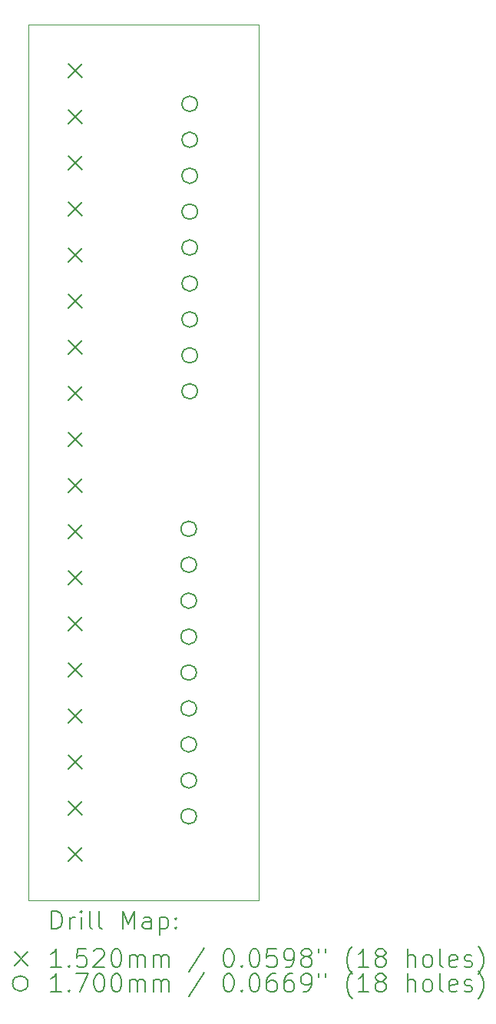
<source format=gbr>
%TF.GenerationSoftware,KiCad,Pcbnew,7.0.10*%
%TF.CreationDate,2024-02-17T13:29:28+01:00*%
%TF.ProjectId,System_11a_output_adapter,53797374-656d-45f3-9131-615f6f757470,rev?*%
%TF.SameCoordinates,Original*%
%TF.FileFunction,Drillmap*%
%TF.FilePolarity,Positive*%
%FSLAX45Y45*%
G04 Gerber Fmt 4.5, Leading zero omitted, Abs format (unit mm)*
G04 Created by KiCad (PCBNEW 7.0.10) date 2024-02-17 13:29:28*
%MOMM*%
%LPD*%
G01*
G04 APERTURE LIST*
%ADD10C,0.100000*%
%ADD11C,0.200000*%
%ADD12C,0.152000*%
%ADD13C,0.170000*%
G04 APERTURE END LIST*
D10*
X2286000Y-1778000D02*
X4826000Y-1778000D01*
X4826000Y-11430000D01*
X2286000Y-11430000D01*
X2286000Y-1778000D01*
D11*
D12*
X2724000Y-2210000D02*
X2876000Y-2362000D01*
X2876000Y-2210000D02*
X2724000Y-2362000D01*
X2724000Y-2718000D02*
X2876000Y-2870000D01*
X2876000Y-2718000D02*
X2724000Y-2870000D01*
X2724000Y-3226000D02*
X2876000Y-3378000D01*
X2876000Y-3226000D02*
X2724000Y-3378000D01*
X2724000Y-3734000D02*
X2876000Y-3886000D01*
X2876000Y-3734000D02*
X2724000Y-3886000D01*
X2724000Y-4242000D02*
X2876000Y-4394000D01*
X2876000Y-4242000D02*
X2724000Y-4394000D01*
X2724000Y-4750000D02*
X2876000Y-4902000D01*
X2876000Y-4750000D02*
X2724000Y-4902000D01*
X2724000Y-5258000D02*
X2876000Y-5410000D01*
X2876000Y-5258000D02*
X2724000Y-5410000D01*
X2724000Y-5766000D02*
X2876000Y-5918000D01*
X2876000Y-5766000D02*
X2724000Y-5918000D01*
X2724000Y-6274000D02*
X2876000Y-6426000D01*
X2876000Y-6274000D02*
X2724000Y-6426000D01*
X2724000Y-6782000D02*
X2876000Y-6934000D01*
X2876000Y-6782000D02*
X2724000Y-6934000D01*
X2724000Y-7290000D02*
X2876000Y-7442000D01*
X2876000Y-7290000D02*
X2724000Y-7442000D01*
X2724000Y-7798000D02*
X2876000Y-7950000D01*
X2876000Y-7798000D02*
X2724000Y-7950000D01*
X2724000Y-8306000D02*
X2876000Y-8458000D01*
X2876000Y-8306000D02*
X2724000Y-8458000D01*
X2724000Y-8814000D02*
X2876000Y-8966000D01*
X2876000Y-8814000D02*
X2724000Y-8966000D01*
X2724000Y-9322000D02*
X2876000Y-9474000D01*
X2876000Y-9322000D02*
X2724000Y-9474000D01*
X2724000Y-9830000D02*
X2876000Y-9982000D01*
X2876000Y-9830000D02*
X2724000Y-9982000D01*
X2724000Y-10338000D02*
X2876000Y-10490000D01*
X2876000Y-10338000D02*
X2724000Y-10490000D01*
X2724000Y-10846000D02*
X2876000Y-10998000D01*
X2876000Y-10846000D02*
X2724000Y-10998000D01*
D13*
X4138500Y-7336000D02*
G75*
G03*
X3968500Y-7336000I-85000J0D01*
G01*
X3968500Y-7336000D02*
G75*
G03*
X4138500Y-7336000I85000J0D01*
G01*
X4138500Y-7732000D02*
G75*
G03*
X3968500Y-7732000I-85000J0D01*
G01*
X3968500Y-7732000D02*
G75*
G03*
X4138500Y-7732000I85000J0D01*
G01*
X4138500Y-8128000D02*
G75*
G03*
X3968500Y-8128000I-85000J0D01*
G01*
X3968500Y-8128000D02*
G75*
G03*
X4138500Y-8128000I85000J0D01*
G01*
X4138500Y-8524000D02*
G75*
G03*
X3968500Y-8524000I-85000J0D01*
G01*
X3968500Y-8524000D02*
G75*
G03*
X4138500Y-8524000I85000J0D01*
G01*
X4138500Y-8920000D02*
G75*
G03*
X3968500Y-8920000I-85000J0D01*
G01*
X3968500Y-8920000D02*
G75*
G03*
X4138500Y-8920000I85000J0D01*
G01*
X4138500Y-9316000D02*
G75*
G03*
X3968500Y-9316000I-85000J0D01*
G01*
X3968500Y-9316000D02*
G75*
G03*
X4138500Y-9316000I85000J0D01*
G01*
X4138500Y-9712000D02*
G75*
G03*
X3968500Y-9712000I-85000J0D01*
G01*
X3968500Y-9712000D02*
G75*
G03*
X4138500Y-9712000I85000J0D01*
G01*
X4138500Y-10108000D02*
G75*
G03*
X3968500Y-10108000I-85000J0D01*
G01*
X3968500Y-10108000D02*
G75*
G03*
X4138500Y-10108000I85000J0D01*
G01*
X4138500Y-10504000D02*
G75*
G03*
X3968500Y-10504000I-85000J0D01*
G01*
X3968500Y-10504000D02*
G75*
G03*
X4138500Y-10504000I85000J0D01*
G01*
X4149000Y-2652000D02*
G75*
G03*
X3979000Y-2652000I-85000J0D01*
G01*
X3979000Y-2652000D02*
G75*
G03*
X4149000Y-2652000I85000J0D01*
G01*
X4149000Y-3048000D02*
G75*
G03*
X3979000Y-3048000I-85000J0D01*
G01*
X3979000Y-3048000D02*
G75*
G03*
X4149000Y-3048000I85000J0D01*
G01*
X4149000Y-3444000D02*
G75*
G03*
X3979000Y-3444000I-85000J0D01*
G01*
X3979000Y-3444000D02*
G75*
G03*
X4149000Y-3444000I85000J0D01*
G01*
X4149000Y-3840000D02*
G75*
G03*
X3979000Y-3840000I-85000J0D01*
G01*
X3979000Y-3840000D02*
G75*
G03*
X4149000Y-3840000I85000J0D01*
G01*
X4149000Y-4236000D02*
G75*
G03*
X3979000Y-4236000I-85000J0D01*
G01*
X3979000Y-4236000D02*
G75*
G03*
X4149000Y-4236000I85000J0D01*
G01*
X4149000Y-4632000D02*
G75*
G03*
X3979000Y-4632000I-85000J0D01*
G01*
X3979000Y-4632000D02*
G75*
G03*
X4149000Y-4632000I85000J0D01*
G01*
X4149000Y-5028000D02*
G75*
G03*
X3979000Y-5028000I-85000J0D01*
G01*
X3979000Y-5028000D02*
G75*
G03*
X4149000Y-5028000I85000J0D01*
G01*
X4149000Y-5424000D02*
G75*
G03*
X3979000Y-5424000I-85000J0D01*
G01*
X3979000Y-5424000D02*
G75*
G03*
X4149000Y-5424000I85000J0D01*
G01*
X4149000Y-5820000D02*
G75*
G03*
X3979000Y-5820000I-85000J0D01*
G01*
X3979000Y-5820000D02*
G75*
G03*
X4149000Y-5820000I85000J0D01*
G01*
D11*
X2541777Y-11746484D02*
X2541777Y-11546484D01*
X2541777Y-11546484D02*
X2589396Y-11546484D01*
X2589396Y-11546484D02*
X2617967Y-11556008D01*
X2617967Y-11556008D02*
X2637015Y-11575055D01*
X2637015Y-11575055D02*
X2646539Y-11594103D01*
X2646539Y-11594103D02*
X2656063Y-11632198D01*
X2656063Y-11632198D02*
X2656063Y-11660769D01*
X2656063Y-11660769D02*
X2646539Y-11698865D01*
X2646539Y-11698865D02*
X2637015Y-11717912D01*
X2637015Y-11717912D02*
X2617967Y-11736960D01*
X2617967Y-11736960D02*
X2589396Y-11746484D01*
X2589396Y-11746484D02*
X2541777Y-11746484D01*
X2741777Y-11746484D02*
X2741777Y-11613150D01*
X2741777Y-11651246D02*
X2751301Y-11632198D01*
X2751301Y-11632198D02*
X2760824Y-11622674D01*
X2760824Y-11622674D02*
X2779872Y-11613150D01*
X2779872Y-11613150D02*
X2798920Y-11613150D01*
X2865586Y-11746484D02*
X2865586Y-11613150D01*
X2865586Y-11546484D02*
X2856062Y-11556008D01*
X2856062Y-11556008D02*
X2865586Y-11565531D01*
X2865586Y-11565531D02*
X2875110Y-11556008D01*
X2875110Y-11556008D02*
X2865586Y-11546484D01*
X2865586Y-11546484D02*
X2865586Y-11565531D01*
X2989396Y-11746484D02*
X2970348Y-11736960D01*
X2970348Y-11736960D02*
X2960824Y-11717912D01*
X2960824Y-11717912D02*
X2960824Y-11546484D01*
X3094158Y-11746484D02*
X3075110Y-11736960D01*
X3075110Y-11736960D02*
X3065586Y-11717912D01*
X3065586Y-11717912D02*
X3065586Y-11546484D01*
X3322729Y-11746484D02*
X3322729Y-11546484D01*
X3322729Y-11546484D02*
X3389396Y-11689341D01*
X3389396Y-11689341D02*
X3456062Y-11546484D01*
X3456062Y-11546484D02*
X3456062Y-11746484D01*
X3637015Y-11746484D02*
X3637015Y-11641722D01*
X3637015Y-11641722D02*
X3627491Y-11622674D01*
X3627491Y-11622674D02*
X3608443Y-11613150D01*
X3608443Y-11613150D02*
X3570348Y-11613150D01*
X3570348Y-11613150D02*
X3551301Y-11622674D01*
X3637015Y-11736960D02*
X3617967Y-11746484D01*
X3617967Y-11746484D02*
X3570348Y-11746484D01*
X3570348Y-11746484D02*
X3551301Y-11736960D01*
X3551301Y-11736960D02*
X3541777Y-11717912D01*
X3541777Y-11717912D02*
X3541777Y-11698865D01*
X3541777Y-11698865D02*
X3551301Y-11679817D01*
X3551301Y-11679817D02*
X3570348Y-11670293D01*
X3570348Y-11670293D02*
X3617967Y-11670293D01*
X3617967Y-11670293D02*
X3637015Y-11660769D01*
X3732253Y-11613150D02*
X3732253Y-11813150D01*
X3732253Y-11622674D02*
X3751301Y-11613150D01*
X3751301Y-11613150D02*
X3789396Y-11613150D01*
X3789396Y-11613150D02*
X3808443Y-11622674D01*
X3808443Y-11622674D02*
X3817967Y-11632198D01*
X3817967Y-11632198D02*
X3827491Y-11651246D01*
X3827491Y-11651246D02*
X3827491Y-11708388D01*
X3827491Y-11708388D02*
X3817967Y-11727436D01*
X3817967Y-11727436D02*
X3808443Y-11736960D01*
X3808443Y-11736960D02*
X3789396Y-11746484D01*
X3789396Y-11746484D02*
X3751301Y-11746484D01*
X3751301Y-11746484D02*
X3732253Y-11736960D01*
X3913205Y-11727436D02*
X3922729Y-11736960D01*
X3922729Y-11736960D02*
X3913205Y-11746484D01*
X3913205Y-11746484D02*
X3903682Y-11736960D01*
X3903682Y-11736960D02*
X3913205Y-11727436D01*
X3913205Y-11727436D02*
X3913205Y-11746484D01*
X3913205Y-11622674D02*
X3922729Y-11632198D01*
X3922729Y-11632198D02*
X3913205Y-11641722D01*
X3913205Y-11641722D02*
X3903682Y-11632198D01*
X3903682Y-11632198D02*
X3913205Y-11622674D01*
X3913205Y-11622674D02*
X3913205Y-11641722D01*
D12*
X2129000Y-11999000D02*
X2281000Y-12151000D01*
X2281000Y-11999000D02*
X2129000Y-12151000D01*
D11*
X2646539Y-12166484D02*
X2532253Y-12166484D01*
X2589396Y-12166484D02*
X2589396Y-11966484D01*
X2589396Y-11966484D02*
X2570348Y-11995055D01*
X2570348Y-11995055D02*
X2551301Y-12014103D01*
X2551301Y-12014103D02*
X2532253Y-12023627D01*
X2732253Y-12147436D02*
X2741777Y-12156960D01*
X2741777Y-12156960D02*
X2732253Y-12166484D01*
X2732253Y-12166484D02*
X2722729Y-12156960D01*
X2722729Y-12156960D02*
X2732253Y-12147436D01*
X2732253Y-12147436D02*
X2732253Y-12166484D01*
X2922729Y-11966484D02*
X2827491Y-11966484D01*
X2827491Y-11966484D02*
X2817967Y-12061722D01*
X2817967Y-12061722D02*
X2827491Y-12052198D01*
X2827491Y-12052198D02*
X2846539Y-12042674D01*
X2846539Y-12042674D02*
X2894158Y-12042674D01*
X2894158Y-12042674D02*
X2913205Y-12052198D01*
X2913205Y-12052198D02*
X2922729Y-12061722D01*
X2922729Y-12061722D02*
X2932253Y-12080769D01*
X2932253Y-12080769D02*
X2932253Y-12128388D01*
X2932253Y-12128388D02*
X2922729Y-12147436D01*
X2922729Y-12147436D02*
X2913205Y-12156960D01*
X2913205Y-12156960D02*
X2894158Y-12166484D01*
X2894158Y-12166484D02*
X2846539Y-12166484D01*
X2846539Y-12166484D02*
X2827491Y-12156960D01*
X2827491Y-12156960D02*
X2817967Y-12147436D01*
X3008443Y-11985531D02*
X3017967Y-11976008D01*
X3017967Y-11976008D02*
X3037015Y-11966484D01*
X3037015Y-11966484D02*
X3084634Y-11966484D01*
X3084634Y-11966484D02*
X3103682Y-11976008D01*
X3103682Y-11976008D02*
X3113205Y-11985531D01*
X3113205Y-11985531D02*
X3122729Y-12004579D01*
X3122729Y-12004579D02*
X3122729Y-12023627D01*
X3122729Y-12023627D02*
X3113205Y-12052198D01*
X3113205Y-12052198D02*
X2998920Y-12166484D01*
X2998920Y-12166484D02*
X3122729Y-12166484D01*
X3246539Y-11966484D02*
X3265586Y-11966484D01*
X3265586Y-11966484D02*
X3284634Y-11976008D01*
X3284634Y-11976008D02*
X3294158Y-11985531D01*
X3294158Y-11985531D02*
X3303682Y-12004579D01*
X3303682Y-12004579D02*
X3313205Y-12042674D01*
X3313205Y-12042674D02*
X3313205Y-12090293D01*
X3313205Y-12090293D02*
X3303682Y-12128388D01*
X3303682Y-12128388D02*
X3294158Y-12147436D01*
X3294158Y-12147436D02*
X3284634Y-12156960D01*
X3284634Y-12156960D02*
X3265586Y-12166484D01*
X3265586Y-12166484D02*
X3246539Y-12166484D01*
X3246539Y-12166484D02*
X3227491Y-12156960D01*
X3227491Y-12156960D02*
X3217967Y-12147436D01*
X3217967Y-12147436D02*
X3208443Y-12128388D01*
X3208443Y-12128388D02*
X3198920Y-12090293D01*
X3198920Y-12090293D02*
X3198920Y-12042674D01*
X3198920Y-12042674D02*
X3208443Y-12004579D01*
X3208443Y-12004579D02*
X3217967Y-11985531D01*
X3217967Y-11985531D02*
X3227491Y-11976008D01*
X3227491Y-11976008D02*
X3246539Y-11966484D01*
X3398920Y-12166484D02*
X3398920Y-12033150D01*
X3398920Y-12052198D02*
X3408443Y-12042674D01*
X3408443Y-12042674D02*
X3427491Y-12033150D01*
X3427491Y-12033150D02*
X3456063Y-12033150D01*
X3456063Y-12033150D02*
X3475110Y-12042674D01*
X3475110Y-12042674D02*
X3484634Y-12061722D01*
X3484634Y-12061722D02*
X3484634Y-12166484D01*
X3484634Y-12061722D02*
X3494158Y-12042674D01*
X3494158Y-12042674D02*
X3513205Y-12033150D01*
X3513205Y-12033150D02*
X3541777Y-12033150D01*
X3541777Y-12033150D02*
X3560824Y-12042674D01*
X3560824Y-12042674D02*
X3570348Y-12061722D01*
X3570348Y-12061722D02*
X3570348Y-12166484D01*
X3665586Y-12166484D02*
X3665586Y-12033150D01*
X3665586Y-12052198D02*
X3675110Y-12042674D01*
X3675110Y-12042674D02*
X3694158Y-12033150D01*
X3694158Y-12033150D02*
X3722729Y-12033150D01*
X3722729Y-12033150D02*
X3741777Y-12042674D01*
X3741777Y-12042674D02*
X3751301Y-12061722D01*
X3751301Y-12061722D02*
X3751301Y-12166484D01*
X3751301Y-12061722D02*
X3760824Y-12042674D01*
X3760824Y-12042674D02*
X3779872Y-12033150D01*
X3779872Y-12033150D02*
X3808443Y-12033150D01*
X3808443Y-12033150D02*
X3827491Y-12042674D01*
X3827491Y-12042674D02*
X3837015Y-12061722D01*
X3837015Y-12061722D02*
X3837015Y-12166484D01*
X4227491Y-11956960D02*
X4056063Y-12214103D01*
X4484634Y-11966484D02*
X4503682Y-11966484D01*
X4503682Y-11966484D02*
X4522729Y-11976008D01*
X4522729Y-11976008D02*
X4532253Y-11985531D01*
X4532253Y-11985531D02*
X4541777Y-12004579D01*
X4541777Y-12004579D02*
X4551301Y-12042674D01*
X4551301Y-12042674D02*
X4551301Y-12090293D01*
X4551301Y-12090293D02*
X4541777Y-12128388D01*
X4541777Y-12128388D02*
X4532253Y-12147436D01*
X4532253Y-12147436D02*
X4522729Y-12156960D01*
X4522729Y-12156960D02*
X4503682Y-12166484D01*
X4503682Y-12166484D02*
X4484634Y-12166484D01*
X4484634Y-12166484D02*
X4465587Y-12156960D01*
X4465587Y-12156960D02*
X4456063Y-12147436D01*
X4456063Y-12147436D02*
X4446539Y-12128388D01*
X4446539Y-12128388D02*
X4437015Y-12090293D01*
X4437015Y-12090293D02*
X4437015Y-12042674D01*
X4437015Y-12042674D02*
X4446539Y-12004579D01*
X4446539Y-12004579D02*
X4456063Y-11985531D01*
X4456063Y-11985531D02*
X4465587Y-11976008D01*
X4465587Y-11976008D02*
X4484634Y-11966484D01*
X4637015Y-12147436D02*
X4646539Y-12156960D01*
X4646539Y-12156960D02*
X4637015Y-12166484D01*
X4637015Y-12166484D02*
X4627491Y-12156960D01*
X4627491Y-12156960D02*
X4637015Y-12147436D01*
X4637015Y-12147436D02*
X4637015Y-12166484D01*
X4770348Y-11966484D02*
X4789396Y-11966484D01*
X4789396Y-11966484D02*
X4808444Y-11976008D01*
X4808444Y-11976008D02*
X4817968Y-11985531D01*
X4817968Y-11985531D02*
X4827491Y-12004579D01*
X4827491Y-12004579D02*
X4837015Y-12042674D01*
X4837015Y-12042674D02*
X4837015Y-12090293D01*
X4837015Y-12090293D02*
X4827491Y-12128388D01*
X4827491Y-12128388D02*
X4817968Y-12147436D01*
X4817968Y-12147436D02*
X4808444Y-12156960D01*
X4808444Y-12156960D02*
X4789396Y-12166484D01*
X4789396Y-12166484D02*
X4770348Y-12166484D01*
X4770348Y-12166484D02*
X4751301Y-12156960D01*
X4751301Y-12156960D02*
X4741777Y-12147436D01*
X4741777Y-12147436D02*
X4732253Y-12128388D01*
X4732253Y-12128388D02*
X4722729Y-12090293D01*
X4722729Y-12090293D02*
X4722729Y-12042674D01*
X4722729Y-12042674D02*
X4732253Y-12004579D01*
X4732253Y-12004579D02*
X4741777Y-11985531D01*
X4741777Y-11985531D02*
X4751301Y-11976008D01*
X4751301Y-11976008D02*
X4770348Y-11966484D01*
X5017968Y-11966484D02*
X4922729Y-11966484D01*
X4922729Y-11966484D02*
X4913206Y-12061722D01*
X4913206Y-12061722D02*
X4922729Y-12052198D01*
X4922729Y-12052198D02*
X4941777Y-12042674D01*
X4941777Y-12042674D02*
X4989396Y-12042674D01*
X4989396Y-12042674D02*
X5008444Y-12052198D01*
X5008444Y-12052198D02*
X5017968Y-12061722D01*
X5017968Y-12061722D02*
X5027491Y-12080769D01*
X5027491Y-12080769D02*
X5027491Y-12128388D01*
X5027491Y-12128388D02*
X5017968Y-12147436D01*
X5017968Y-12147436D02*
X5008444Y-12156960D01*
X5008444Y-12156960D02*
X4989396Y-12166484D01*
X4989396Y-12166484D02*
X4941777Y-12166484D01*
X4941777Y-12166484D02*
X4922729Y-12156960D01*
X4922729Y-12156960D02*
X4913206Y-12147436D01*
X5122729Y-12166484D02*
X5160825Y-12166484D01*
X5160825Y-12166484D02*
X5179872Y-12156960D01*
X5179872Y-12156960D02*
X5189396Y-12147436D01*
X5189396Y-12147436D02*
X5208444Y-12118865D01*
X5208444Y-12118865D02*
X5217968Y-12080769D01*
X5217968Y-12080769D02*
X5217968Y-12004579D01*
X5217968Y-12004579D02*
X5208444Y-11985531D01*
X5208444Y-11985531D02*
X5198920Y-11976008D01*
X5198920Y-11976008D02*
X5179872Y-11966484D01*
X5179872Y-11966484D02*
X5141777Y-11966484D01*
X5141777Y-11966484D02*
X5122729Y-11976008D01*
X5122729Y-11976008D02*
X5113206Y-11985531D01*
X5113206Y-11985531D02*
X5103682Y-12004579D01*
X5103682Y-12004579D02*
X5103682Y-12052198D01*
X5103682Y-12052198D02*
X5113206Y-12071246D01*
X5113206Y-12071246D02*
X5122729Y-12080769D01*
X5122729Y-12080769D02*
X5141777Y-12090293D01*
X5141777Y-12090293D02*
X5179872Y-12090293D01*
X5179872Y-12090293D02*
X5198920Y-12080769D01*
X5198920Y-12080769D02*
X5208444Y-12071246D01*
X5208444Y-12071246D02*
X5217968Y-12052198D01*
X5332253Y-12052198D02*
X5313206Y-12042674D01*
X5313206Y-12042674D02*
X5303682Y-12033150D01*
X5303682Y-12033150D02*
X5294158Y-12014103D01*
X5294158Y-12014103D02*
X5294158Y-12004579D01*
X5294158Y-12004579D02*
X5303682Y-11985531D01*
X5303682Y-11985531D02*
X5313206Y-11976008D01*
X5313206Y-11976008D02*
X5332253Y-11966484D01*
X5332253Y-11966484D02*
X5370349Y-11966484D01*
X5370349Y-11966484D02*
X5389396Y-11976008D01*
X5389396Y-11976008D02*
X5398920Y-11985531D01*
X5398920Y-11985531D02*
X5408444Y-12004579D01*
X5408444Y-12004579D02*
X5408444Y-12014103D01*
X5408444Y-12014103D02*
X5398920Y-12033150D01*
X5398920Y-12033150D02*
X5389396Y-12042674D01*
X5389396Y-12042674D02*
X5370349Y-12052198D01*
X5370349Y-12052198D02*
X5332253Y-12052198D01*
X5332253Y-12052198D02*
X5313206Y-12061722D01*
X5313206Y-12061722D02*
X5303682Y-12071246D01*
X5303682Y-12071246D02*
X5294158Y-12090293D01*
X5294158Y-12090293D02*
X5294158Y-12128388D01*
X5294158Y-12128388D02*
X5303682Y-12147436D01*
X5303682Y-12147436D02*
X5313206Y-12156960D01*
X5313206Y-12156960D02*
X5332253Y-12166484D01*
X5332253Y-12166484D02*
X5370349Y-12166484D01*
X5370349Y-12166484D02*
X5389396Y-12156960D01*
X5389396Y-12156960D02*
X5398920Y-12147436D01*
X5398920Y-12147436D02*
X5408444Y-12128388D01*
X5408444Y-12128388D02*
X5408444Y-12090293D01*
X5408444Y-12090293D02*
X5398920Y-12071246D01*
X5398920Y-12071246D02*
X5389396Y-12061722D01*
X5389396Y-12061722D02*
X5370349Y-12052198D01*
X5484634Y-11966484D02*
X5484634Y-12004579D01*
X5560825Y-11966484D02*
X5560825Y-12004579D01*
X5856063Y-12242674D02*
X5846539Y-12233150D01*
X5846539Y-12233150D02*
X5827491Y-12204579D01*
X5827491Y-12204579D02*
X5817968Y-12185531D01*
X5817968Y-12185531D02*
X5808444Y-12156960D01*
X5808444Y-12156960D02*
X5798920Y-12109341D01*
X5798920Y-12109341D02*
X5798920Y-12071246D01*
X5798920Y-12071246D02*
X5808444Y-12023627D01*
X5808444Y-12023627D02*
X5817968Y-11995055D01*
X5817968Y-11995055D02*
X5827491Y-11976008D01*
X5827491Y-11976008D02*
X5846539Y-11947436D01*
X5846539Y-11947436D02*
X5856063Y-11937912D01*
X6037015Y-12166484D02*
X5922729Y-12166484D01*
X5979872Y-12166484D02*
X5979872Y-11966484D01*
X5979872Y-11966484D02*
X5960825Y-11995055D01*
X5960825Y-11995055D02*
X5941777Y-12014103D01*
X5941777Y-12014103D02*
X5922729Y-12023627D01*
X6151301Y-12052198D02*
X6132253Y-12042674D01*
X6132253Y-12042674D02*
X6122729Y-12033150D01*
X6122729Y-12033150D02*
X6113206Y-12014103D01*
X6113206Y-12014103D02*
X6113206Y-12004579D01*
X6113206Y-12004579D02*
X6122729Y-11985531D01*
X6122729Y-11985531D02*
X6132253Y-11976008D01*
X6132253Y-11976008D02*
X6151301Y-11966484D01*
X6151301Y-11966484D02*
X6189396Y-11966484D01*
X6189396Y-11966484D02*
X6208444Y-11976008D01*
X6208444Y-11976008D02*
X6217968Y-11985531D01*
X6217968Y-11985531D02*
X6227491Y-12004579D01*
X6227491Y-12004579D02*
X6227491Y-12014103D01*
X6227491Y-12014103D02*
X6217968Y-12033150D01*
X6217968Y-12033150D02*
X6208444Y-12042674D01*
X6208444Y-12042674D02*
X6189396Y-12052198D01*
X6189396Y-12052198D02*
X6151301Y-12052198D01*
X6151301Y-12052198D02*
X6132253Y-12061722D01*
X6132253Y-12061722D02*
X6122729Y-12071246D01*
X6122729Y-12071246D02*
X6113206Y-12090293D01*
X6113206Y-12090293D02*
X6113206Y-12128388D01*
X6113206Y-12128388D02*
X6122729Y-12147436D01*
X6122729Y-12147436D02*
X6132253Y-12156960D01*
X6132253Y-12156960D02*
X6151301Y-12166484D01*
X6151301Y-12166484D02*
X6189396Y-12166484D01*
X6189396Y-12166484D02*
X6208444Y-12156960D01*
X6208444Y-12156960D02*
X6217968Y-12147436D01*
X6217968Y-12147436D02*
X6227491Y-12128388D01*
X6227491Y-12128388D02*
X6227491Y-12090293D01*
X6227491Y-12090293D02*
X6217968Y-12071246D01*
X6217968Y-12071246D02*
X6208444Y-12061722D01*
X6208444Y-12061722D02*
X6189396Y-12052198D01*
X6465587Y-12166484D02*
X6465587Y-11966484D01*
X6551301Y-12166484D02*
X6551301Y-12061722D01*
X6551301Y-12061722D02*
X6541777Y-12042674D01*
X6541777Y-12042674D02*
X6522730Y-12033150D01*
X6522730Y-12033150D02*
X6494158Y-12033150D01*
X6494158Y-12033150D02*
X6475110Y-12042674D01*
X6475110Y-12042674D02*
X6465587Y-12052198D01*
X6675110Y-12166484D02*
X6656063Y-12156960D01*
X6656063Y-12156960D02*
X6646539Y-12147436D01*
X6646539Y-12147436D02*
X6637015Y-12128388D01*
X6637015Y-12128388D02*
X6637015Y-12071246D01*
X6637015Y-12071246D02*
X6646539Y-12052198D01*
X6646539Y-12052198D02*
X6656063Y-12042674D01*
X6656063Y-12042674D02*
X6675110Y-12033150D01*
X6675110Y-12033150D02*
X6703682Y-12033150D01*
X6703682Y-12033150D02*
X6722730Y-12042674D01*
X6722730Y-12042674D02*
X6732253Y-12052198D01*
X6732253Y-12052198D02*
X6741777Y-12071246D01*
X6741777Y-12071246D02*
X6741777Y-12128388D01*
X6741777Y-12128388D02*
X6732253Y-12147436D01*
X6732253Y-12147436D02*
X6722730Y-12156960D01*
X6722730Y-12156960D02*
X6703682Y-12166484D01*
X6703682Y-12166484D02*
X6675110Y-12166484D01*
X6856063Y-12166484D02*
X6837015Y-12156960D01*
X6837015Y-12156960D02*
X6827491Y-12137912D01*
X6827491Y-12137912D02*
X6827491Y-11966484D01*
X7008444Y-12156960D02*
X6989396Y-12166484D01*
X6989396Y-12166484D02*
X6951301Y-12166484D01*
X6951301Y-12166484D02*
X6932253Y-12156960D01*
X6932253Y-12156960D02*
X6922730Y-12137912D01*
X6922730Y-12137912D02*
X6922730Y-12061722D01*
X6922730Y-12061722D02*
X6932253Y-12042674D01*
X6932253Y-12042674D02*
X6951301Y-12033150D01*
X6951301Y-12033150D02*
X6989396Y-12033150D01*
X6989396Y-12033150D02*
X7008444Y-12042674D01*
X7008444Y-12042674D02*
X7017968Y-12061722D01*
X7017968Y-12061722D02*
X7017968Y-12080769D01*
X7017968Y-12080769D02*
X6922730Y-12099817D01*
X7094158Y-12156960D02*
X7113206Y-12166484D01*
X7113206Y-12166484D02*
X7151301Y-12166484D01*
X7151301Y-12166484D02*
X7170349Y-12156960D01*
X7170349Y-12156960D02*
X7179872Y-12137912D01*
X7179872Y-12137912D02*
X7179872Y-12128388D01*
X7179872Y-12128388D02*
X7170349Y-12109341D01*
X7170349Y-12109341D02*
X7151301Y-12099817D01*
X7151301Y-12099817D02*
X7122730Y-12099817D01*
X7122730Y-12099817D02*
X7103682Y-12090293D01*
X7103682Y-12090293D02*
X7094158Y-12071246D01*
X7094158Y-12071246D02*
X7094158Y-12061722D01*
X7094158Y-12061722D02*
X7103682Y-12042674D01*
X7103682Y-12042674D02*
X7122730Y-12033150D01*
X7122730Y-12033150D02*
X7151301Y-12033150D01*
X7151301Y-12033150D02*
X7170349Y-12042674D01*
X7246539Y-12242674D02*
X7256063Y-12233150D01*
X7256063Y-12233150D02*
X7275111Y-12204579D01*
X7275111Y-12204579D02*
X7284634Y-12185531D01*
X7284634Y-12185531D02*
X7294158Y-12156960D01*
X7294158Y-12156960D02*
X7303682Y-12109341D01*
X7303682Y-12109341D02*
X7303682Y-12071246D01*
X7303682Y-12071246D02*
X7294158Y-12023627D01*
X7294158Y-12023627D02*
X7284634Y-11995055D01*
X7284634Y-11995055D02*
X7275111Y-11976008D01*
X7275111Y-11976008D02*
X7256063Y-11947436D01*
X7256063Y-11947436D02*
X7246539Y-11937912D01*
D13*
X2281000Y-12347000D02*
G75*
G03*
X2111000Y-12347000I-85000J0D01*
G01*
X2111000Y-12347000D02*
G75*
G03*
X2281000Y-12347000I85000J0D01*
G01*
D11*
X2646539Y-12438484D02*
X2532253Y-12438484D01*
X2589396Y-12438484D02*
X2589396Y-12238484D01*
X2589396Y-12238484D02*
X2570348Y-12267055D01*
X2570348Y-12267055D02*
X2551301Y-12286103D01*
X2551301Y-12286103D02*
X2532253Y-12295627D01*
X2732253Y-12419436D02*
X2741777Y-12428960D01*
X2741777Y-12428960D02*
X2732253Y-12438484D01*
X2732253Y-12438484D02*
X2722729Y-12428960D01*
X2722729Y-12428960D02*
X2732253Y-12419436D01*
X2732253Y-12419436D02*
X2732253Y-12438484D01*
X2808443Y-12238484D02*
X2941777Y-12238484D01*
X2941777Y-12238484D02*
X2856062Y-12438484D01*
X3056062Y-12238484D02*
X3075110Y-12238484D01*
X3075110Y-12238484D02*
X3094158Y-12248008D01*
X3094158Y-12248008D02*
X3103682Y-12257531D01*
X3103682Y-12257531D02*
X3113205Y-12276579D01*
X3113205Y-12276579D02*
X3122729Y-12314674D01*
X3122729Y-12314674D02*
X3122729Y-12362293D01*
X3122729Y-12362293D02*
X3113205Y-12400388D01*
X3113205Y-12400388D02*
X3103682Y-12419436D01*
X3103682Y-12419436D02*
X3094158Y-12428960D01*
X3094158Y-12428960D02*
X3075110Y-12438484D01*
X3075110Y-12438484D02*
X3056062Y-12438484D01*
X3056062Y-12438484D02*
X3037015Y-12428960D01*
X3037015Y-12428960D02*
X3027491Y-12419436D01*
X3027491Y-12419436D02*
X3017967Y-12400388D01*
X3017967Y-12400388D02*
X3008443Y-12362293D01*
X3008443Y-12362293D02*
X3008443Y-12314674D01*
X3008443Y-12314674D02*
X3017967Y-12276579D01*
X3017967Y-12276579D02*
X3027491Y-12257531D01*
X3027491Y-12257531D02*
X3037015Y-12248008D01*
X3037015Y-12248008D02*
X3056062Y-12238484D01*
X3246539Y-12238484D02*
X3265586Y-12238484D01*
X3265586Y-12238484D02*
X3284634Y-12248008D01*
X3284634Y-12248008D02*
X3294158Y-12257531D01*
X3294158Y-12257531D02*
X3303682Y-12276579D01*
X3303682Y-12276579D02*
X3313205Y-12314674D01*
X3313205Y-12314674D02*
X3313205Y-12362293D01*
X3313205Y-12362293D02*
X3303682Y-12400388D01*
X3303682Y-12400388D02*
X3294158Y-12419436D01*
X3294158Y-12419436D02*
X3284634Y-12428960D01*
X3284634Y-12428960D02*
X3265586Y-12438484D01*
X3265586Y-12438484D02*
X3246539Y-12438484D01*
X3246539Y-12438484D02*
X3227491Y-12428960D01*
X3227491Y-12428960D02*
X3217967Y-12419436D01*
X3217967Y-12419436D02*
X3208443Y-12400388D01*
X3208443Y-12400388D02*
X3198920Y-12362293D01*
X3198920Y-12362293D02*
X3198920Y-12314674D01*
X3198920Y-12314674D02*
X3208443Y-12276579D01*
X3208443Y-12276579D02*
X3217967Y-12257531D01*
X3217967Y-12257531D02*
X3227491Y-12248008D01*
X3227491Y-12248008D02*
X3246539Y-12238484D01*
X3398920Y-12438484D02*
X3398920Y-12305150D01*
X3398920Y-12324198D02*
X3408443Y-12314674D01*
X3408443Y-12314674D02*
X3427491Y-12305150D01*
X3427491Y-12305150D02*
X3456063Y-12305150D01*
X3456063Y-12305150D02*
X3475110Y-12314674D01*
X3475110Y-12314674D02*
X3484634Y-12333722D01*
X3484634Y-12333722D02*
X3484634Y-12438484D01*
X3484634Y-12333722D02*
X3494158Y-12314674D01*
X3494158Y-12314674D02*
X3513205Y-12305150D01*
X3513205Y-12305150D02*
X3541777Y-12305150D01*
X3541777Y-12305150D02*
X3560824Y-12314674D01*
X3560824Y-12314674D02*
X3570348Y-12333722D01*
X3570348Y-12333722D02*
X3570348Y-12438484D01*
X3665586Y-12438484D02*
X3665586Y-12305150D01*
X3665586Y-12324198D02*
X3675110Y-12314674D01*
X3675110Y-12314674D02*
X3694158Y-12305150D01*
X3694158Y-12305150D02*
X3722729Y-12305150D01*
X3722729Y-12305150D02*
X3741777Y-12314674D01*
X3741777Y-12314674D02*
X3751301Y-12333722D01*
X3751301Y-12333722D02*
X3751301Y-12438484D01*
X3751301Y-12333722D02*
X3760824Y-12314674D01*
X3760824Y-12314674D02*
X3779872Y-12305150D01*
X3779872Y-12305150D02*
X3808443Y-12305150D01*
X3808443Y-12305150D02*
X3827491Y-12314674D01*
X3827491Y-12314674D02*
X3837015Y-12333722D01*
X3837015Y-12333722D02*
X3837015Y-12438484D01*
X4227491Y-12228960D02*
X4056063Y-12486103D01*
X4484634Y-12238484D02*
X4503682Y-12238484D01*
X4503682Y-12238484D02*
X4522729Y-12248008D01*
X4522729Y-12248008D02*
X4532253Y-12257531D01*
X4532253Y-12257531D02*
X4541777Y-12276579D01*
X4541777Y-12276579D02*
X4551301Y-12314674D01*
X4551301Y-12314674D02*
X4551301Y-12362293D01*
X4551301Y-12362293D02*
X4541777Y-12400388D01*
X4541777Y-12400388D02*
X4532253Y-12419436D01*
X4532253Y-12419436D02*
X4522729Y-12428960D01*
X4522729Y-12428960D02*
X4503682Y-12438484D01*
X4503682Y-12438484D02*
X4484634Y-12438484D01*
X4484634Y-12438484D02*
X4465587Y-12428960D01*
X4465587Y-12428960D02*
X4456063Y-12419436D01*
X4456063Y-12419436D02*
X4446539Y-12400388D01*
X4446539Y-12400388D02*
X4437015Y-12362293D01*
X4437015Y-12362293D02*
X4437015Y-12314674D01*
X4437015Y-12314674D02*
X4446539Y-12276579D01*
X4446539Y-12276579D02*
X4456063Y-12257531D01*
X4456063Y-12257531D02*
X4465587Y-12248008D01*
X4465587Y-12248008D02*
X4484634Y-12238484D01*
X4637015Y-12419436D02*
X4646539Y-12428960D01*
X4646539Y-12428960D02*
X4637015Y-12438484D01*
X4637015Y-12438484D02*
X4627491Y-12428960D01*
X4627491Y-12428960D02*
X4637015Y-12419436D01*
X4637015Y-12419436D02*
X4637015Y-12438484D01*
X4770348Y-12238484D02*
X4789396Y-12238484D01*
X4789396Y-12238484D02*
X4808444Y-12248008D01*
X4808444Y-12248008D02*
X4817968Y-12257531D01*
X4817968Y-12257531D02*
X4827491Y-12276579D01*
X4827491Y-12276579D02*
X4837015Y-12314674D01*
X4837015Y-12314674D02*
X4837015Y-12362293D01*
X4837015Y-12362293D02*
X4827491Y-12400388D01*
X4827491Y-12400388D02*
X4817968Y-12419436D01*
X4817968Y-12419436D02*
X4808444Y-12428960D01*
X4808444Y-12428960D02*
X4789396Y-12438484D01*
X4789396Y-12438484D02*
X4770348Y-12438484D01*
X4770348Y-12438484D02*
X4751301Y-12428960D01*
X4751301Y-12428960D02*
X4741777Y-12419436D01*
X4741777Y-12419436D02*
X4732253Y-12400388D01*
X4732253Y-12400388D02*
X4722729Y-12362293D01*
X4722729Y-12362293D02*
X4722729Y-12314674D01*
X4722729Y-12314674D02*
X4732253Y-12276579D01*
X4732253Y-12276579D02*
X4741777Y-12257531D01*
X4741777Y-12257531D02*
X4751301Y-12248008D01*
X4751301Y-12248008D02*
X4770348Y-12238484D01*
X5008444Y-12238484D02*
X4970348Y-12238484D01*
X4970348Y-12238484D02*
X4951301Y-12248008D01*
X4951301Y-12248008D02*
X4941777Y-12257531D01*
X4941777Y-12257531D02*
X4922729Y-12286103D01*
X4922729Y-12286103D02*
X4913206Y-12324198D01*
X4913206Y-12324198D02*
X4913206Y-12400388D01*
X4913206Y-12400388D02*
X4922729Y-12419436D01*
X4922729Y-12419436D02*
X4932253Y-12428960D01*
X4932253Y-12428960D02*
X4951301Y-12438484D01*
X4951301Y-12438484D02*
X4989396Y-12438484D01*
X4989396Y-12438484D02*
X5008444Y-12428960D01*
X5008444Y-12428960D02*
X5017968Y-12419436D01*
X5017968Y-12419436D02*
X5027491Y-12400388D01*
X5027491Y-12400388D02*
X5027491Y-12352769D01*
X5027491Y-12352769D02*
X5017968Y-12333722D01*
X5017968Y-12333722D02*
X5008444Y-12324198D01*
X5008444Y-12324198D02*
X4989396Y-12314674D01*
X4989396Y-12314674D02*
X4951301Y-12314674D01*
X4951301Y-12314674D02*
X4932253Y-12324198D01*
X4932253Y-12324198D02*
X4922729Y-12333722D01*
X4922729Y-12333722D02*
X4913206Y-12352769D01*
X5198920Y-12238484D02*
X5160825Y-12238484D01*
X5160825Y-12238484D02*
X5141777Y-12248008D01*
X5141777Y-12248008D02*
X5132253Y-12257531D01*
X5132253Y-12257531D02*
X5113206Y-12286103D01*
X5113206Y-12286103D02*
X5103682Y-12324198D01*
X5103682Y-12324198D02*
X5103682Y-12400388D01*
X5103682Y-12400388D02*
X5113206Y-12419436D01*
X5113206Y-12419436D02*
X5122729Y-12428960D01*
X5122729Y-12428960D02*
X5141777Y-12438484D01*
X5141777Y-12438484D02*
X5179872Y-12438484D01*
X5179872Y-12438484D02*
X5198920Y-12428960D01*
X5198920Y-12428960D02*
X5208444Y-12419436D01*
X5208444Y-12419436D02*
X5217968Y-12400388D01*
X5217968Y-12400388D02*
X5217968Y-12352769D01*
X5217968Y-12352769D02*
X5208444Y-12333722D01*
X5208444Y-12333722D02*
X5198920Y-12324198D01*
X5198920Y-12324198D02*
X5179872Y-12314674D01*
X5179872Y-12314674D02*
X5141777Y-12314674D01*
X5141777Y-12314674D02*
X5122729Y-12324198D01*
X5122729Y-12324198D02*
X5113206Y-12333722D01*
X5113206Y-12333722D02*
X5103682Y-12352769D01*
X5313206Y-12438484D02*
X5351301Y-12438484D01*
X5351301Y-12438484D02*
X5370349Y-12428960D01*
X5370349Y-12428960D02*
X5379872Y-12419436D01*
X5379872Y-12419436D02*
X5398920Y-12390865D01*
X5398920Y-12390865D02*
X5408444Y-12352769D01*
X5408444Y-12352769D02*
X5408444Y-12276579D01*
X5408444Y-12276579D02*
X5398920Y-12257531D01*
X5398920Y-12257531D02*
X5389396Y-12248008D01*
X5389396Y-12248008D02*
X5370349Y-12238484D01*
X5370349Y-12238484D02*
X5332253Y-12238484D01*
X5332253Y-12238484D02*
X5313206Y-12248008D01*
X5313206Y-12248008D02*
X5303682Y-12257531D01*
X5303682Y-12257531D02*
X5294158Y-12276579D01*
X5294158Y-12276579D02*
X5294158Y-12324198D01*
X5294158Y-12324198D02*
X5303682Y-12343246D01*
X5303682Y-12343246D02*
X5313206Y-12352769D01*
X5313206Y-12352769D02*
X5332253Y-12362293D01*
X5332253Y-12362293D02*
X5370349Y-12362293D01*
X5370349Y-12362293D02*
X5389396Y-12352769D01*
X5389396Y-12352769D02*
X5398920Y-12343246D01*
X5398920Y-12343246D02*
X5408444Y-12324198D01*
X5484634Y-12238484D02*
X5484634Y-12276579D01*
X5560825Y-12238484D02*
X5560825Y-12276579D01*
X5856063Y-12514674D02*
X5846539Y-12505150D01*
X5846539Y-12505150D02*
X5827491Y-12476579D01*
X5827491Y-12476579D02*
X5817968Y-12457531D01*
X5817968Y-12457531D02*
X5808444Y-12428960D01*
X5808444Y-12428960D02*
X5798920Y-12381341D01*
X5798920Y-12381341D02*
X5798920Y-12343246D01*
X5798920Y-12343246D02*
X5808444Y-12295627D01*
X5808444Y-12295627D02*
X5817968Y-12267055D01*
X5817968Y-12267055D02*
X5827491Y-12248008D01*
X5827491Y-12248008D02*
X5846539Y-12219436D01*
X5846539Y-12219436D02*
X5856063Y-12209912D01*
X6037015Y-12438484D02*
X5922729Y-12438484D01*
X5979872Y-12438484D02*
X5979872Y-12238484D01*
X5979872Y-12238484D02*
X5960825Y-12267055D01*
X5960825Y-12267055D02*
X5941777Y-12286103D01*
X5941777Y-12286103D02*
X5922729Y-12295627D01*
X6151301Y-12324198D02*
X6132253Y-12314674D01*
X6132253Y-12314674D02*
X6122729Y-12305150D01*
X6122729Y-12305150D02*
X6113206Y-12286103D01*
X6113206Y-12286103D02*
X6113206Y-12276579D01*
X6113206Y-12276579D02*
X6122729Y-12257531D01*
X6122729Y-12257531D02*
X6132253Y-12248008D01*
X6132253Y-12248008D02*
X6151301Y-12238484D01*
X6151301Y-12238484D02*
X6189396Y-12238484D01*
X6189396Y-12238484D02*
X6208444Y-12248008D01*
X6208444Y-12248008D02*
X6217968Y-12257531D01*
X6217968Y-12257531D02*
X6227491Y-12276579D01*
X6227491Y-12276579D02*
X6227491Y-12286103D01*
X6227491Y-12286103D02*
X6217968Y-12305150D01*
X6217968Y-12305150D02*
X6208444Y-12314674D01*
X6208444Y-12314674D02*
X6189396Y-12324198D01*
X6189396Y-12324198D02*
X6151301Y-12324198D01*
X6151301Y-12324198D02*
X6132253Y-12333722D01*
X6132253Y-12333722D02*
X6122729Y-12343246D01*
X6122729Y-12343246D02*
X6113206Y-12362293D01*
X6113206Y-12362293D02*
X6113206Y-12400388D01*
X6113206Y-12400388D02*
X6122729Y-12419436D01*
X6122729Y-12419436D02*
X6132253Y-12428960D01*
X6132253Y-12428960D02*
X6151301Y-12438484D01*
X6151301Y-12438484D02*
X6189396Y-12438484D01*
X6189396Y-12438484D02*
X6208444Y-12428960D01*
X6208444Y-12428960D02*
X6217968Y-12419436D01*
X6217968Y-12419436D02*
X6227491Y-12400388D01*
X6227491Y-12400388D02*
X6227491Y-12362293D01*
X6227491Y-12362293D02*
X6217968Y-12343246D01*
X6217968Y-12343246D02*
X6208444Y-12333722D01*
X6208444Y-12333722D02*
X6189396Y-12324198D01*
X6465587Y-12438484D02*
X6465587Y-12238484D01*
X6551301Y-12438484D02*
X6551301Y-12333722D01*
X6551301Y-12333722D02*
X6541777Y-12314674D01*
X6541777Y-12314674D02*
X6522730Y-12305150D01*
X6522730Y-12305150D02*
X6494158Y-12305150D01*
X6494158Y-12305150D02*
X6475110Y-12314674D01*
X6475110Y-12314674D02*
X6465587Y-12324198D01*
X6675110Y-12438484D02*
X6656063Y-12428960D01*
X6656063Y-12428960D02*
X6646539Y-12419436D01*
X6646539Y-12419436D02*
X6637015Y-12400388D01*
X6637015Y-12400388D02*
X6637015Y-12343246D01*
X6637015Y-12343246D02*
X6646539Y-12324198D01*
X6646539Y-12324198D02*
X6656063Y-12314674D01*
X6656063Y-12314674D02*
X6675110Y-12305150D01*
X6675110Y-12305150D02*
X6703682Y-12305150D01*
X6703682Y-12305150D02*
X6722730Y-12314674D01*
X6722730Y-12314674D02*
X6732253Y-12324198D01*
X6732253Y-12324198D02*
X6741777Y-12343246D01*
X6741777Y-12343246D02*
X6741777Y-12400388D01*
X6741777Y-12400388D02*
X6732253Y-12419436D01*
X6732253Y-12419436D02*
X6722730Y-12428960D01*
X6722730Y-12428960D02*
X6703682Y-12438484D01*
X6703682Y-12438484D02*
X6675110Y-12438484D01*
X6856063Y-12438484D02*
X6837015Y-12428960D01*
X6837015Y-12428960D02*
X6827491Y-12409912D01*
X6827491Y-12409912D02*
X6827491Y-12238484D01*
X7008444Y-12428960D02*
X6989396Y-12438484D01*
X6989396Y-12438484D02*
X6951301Y-12438484D01*
X6951301Y-12438484D02*
X6932253Y-12428960D01*
X6932253Y-12428960D02*
X6922730Y-12409912D01*
X6922730Y-12409912D02*
X6922730Y-12333722D01*
X6922730Y-12333722D02*
X6932253Y-12314674D01*
X6932253Y-12314674D02*
X6951301Y-12305150D01*
X6951301Y-12305150D02*
X6989396Y-12305150D01*
X6989396Y-12305150D02*
X7008444Y-12314674D01*
X7008444Y-12314674D02*
X7017968Y-12333722D01*
X7017968Y-12333722D02*
X7017968Y-12352769D01*
X7017968Y-12352769D02*
X6922730Y-12371817D01*
X7094158Y-12428960D02*
X7113206Y-12438484D01*
X7113206Y-12438484D02*
X7151301Y-12438484D01*
X7151301Y-12438484D02*
X7170349Y-12428960D01*
X7170349Y-12428960D02*
X7179872Y-12409912D01*
X7179872Y-12409912D02*
X7179872Y-12400388D01*
X7179872Y-12400388D02*
X7170349Y-12381341D01*
X7170349Y-12381341D02*
X7151301Y-12371817D01*
X7151301Y-12371817D02*
X7122730Y-12371817D01*
X7122730Y-12371817D02*
X7103682Y-12362293D01*
X7103682Y-12362293D02*
X7094158Y-12343246D01*
X7094158Y-12343246D02*
X7094158Y-12333722D01*
X7094158Y-12333722D02*
X7103682Y-12314674D01*
X7103682Y-12314674D02*
X7122730Y-12305150D01*
X7122730Y-12305150D02*
X7151301Y-12305150D01*
X7151301Y-12305150D02*
X7170349Y-12314674D01*
X7246539Y-12514674D02*
X7256063Y-12505150D01*
X7256063Y-12505150D02*
X7275111Y-12476579D01*
X7275111Y-12476579D02*
X7284634Y-12457531D01*
X7284634Y-12457531D02*
X7294158Y-12428960D01*
X7294158Y-12428960D02*
X7303682Y-12381341D01*
X7303682Y-12381341D02*
X7303682Y-12343246D01*
X7303682Y-12343246D02*
X7294158Y-12295627D01*
X7294158Y-12295627D02*
X7284634Y-12267055D01*
X7284634Y-12267055D02*
X7275111Y-12248008D01*
X7275111Y-12248008D02*
X7256063Y-12219436D01*
X7256063Y-12219436D02*
X7246539Y-12209912D01*
M02*

</source>
